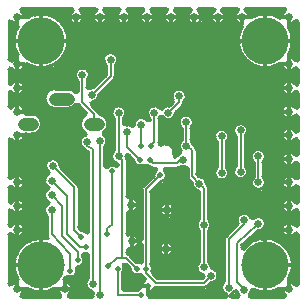
<source format=gbl>
*
*
G04 PADS Layout (Build Number 2008.43.1) generated Gerber (RS-274-X) file*
G04 PC Version=2.1*
*
%IN "digital MEMs USB v103.p"*%
*
%MOIN*%
*
%FSLAX35Y35*%
*
*
*
*
G04 PC Standard Apertures*
*
*
G04 Thermal Relief Aperture macro.*
%AMTER*
1,1,$1,0,0*
1,0,$1-$2,0,0*
21,0,$3,$4,0,0,45*
21,0,$3,$4,0,0,135*
%
*
*
G04 Annular Aperture macro.*
%AMANN*
1,1,$1,0,0*
1,0,$2,0,0*
%
*
*
G04 Odd Aperture macro.*
%AMODD*
1,1,$1,0,0*
1,0,$1-0.005,0,0*
%
*
*
G04 PC Custom Aperture Macros*
*
*
*
*
*
*
G04 PC Aperture Table*
*
%ADD010C,0.001*%
%ADD022C,0.01*%
%ADD024C,0.008*%
%ADD049C,0.01181*%
%ADD052C,0.0252*%
%ADD058C,0.15748*%
%ADD060C,0.01969*%
%ADD075C,0.04331*%
*
*
*
*
G04 PC Circuitry*
G04 Layer Name digital MEMs USB v103.p - circuitry*
%LPD*%
*
*
G04 PC Custom Flashes*
G04 Layer Name digital MEMs USB v103.p - flashes*
%LPD*%
*
*
G04 PC Circuitry*
G04 Layer Name digital MEMs USB v103.p - circuitry*
%LPD*%
*
G54D10*
G54D22*
G01X155903Y117126D02*
G75*
G03X155903I-2360J0D01*
G01X156100Y130315D02*
G03X156100I-2360J0D01*
G01X197400Y172403D02*
Y177203D01*
G03X196478Y177472I-500J0*
G01X192132Y178607D02*
G03X196478Y177472I2356J133D01*
G01X192132Y178607D02*
G03X191368Y179003I-499J-28D01*
G01X179003Y191368D02*
G03X191368Y179003I7611J-4754D01*
G01X179003Y191368D02*
G03X178607Y192132I-424J265D01*
G01X177472Y196478D02*
G03X178607Y192132I1268J-1990D01*
G01X177472Y196478D02*
G03X177203Y197400I-269J422D01*
G01X172403*
G03X172134Y196478I0J-500*
G01X169598D02*
G03X172134I1268J-1990D01*
G01X169598D02*
G03X169329Y197400I-269J422D01*
G01X164529*
G03X164260Y196478I0J-500*
G01X161724D02*
G03X164260I1268J-1990D01*
G01X161724D02*
G03X161455Y197400I-269J422D01*
G01X156655*
G03X156386Y196478I0J-500*
G01X153850D02*
G03X156386I1268J-1990D01*
G01X153850D02*
G03X153581Y197400I-269J422D01*
G01X148781*
G03X148512Y196478I0J-500*
G01X145976D02*
G03X148512I1268J-1990D01*
G01X145976D02*
G03X145707Y197400I-269J422D01*
G01X140907*
G03X140638Y196478I-0J-500*
G01X138102D02*
G03X140638I1268J-1990D01*
G01X138102D02*
G03X137833Y197400I-269J422D01*
G01X133033*
G03X132764Y196478I-0J-500*
G01X130228D02*
G03X132764I1268J-1990D01*
G01X130228D02*
G03X129959Y197400I-269J422D01*
G01X125159*
G03X124890Y196478I-0J-500*
G01X122354D02*
G03X124890I1268J-1990D01*
G01X122354D02*
G03X122085Y197400I-269J422D01*
G01X105474*
G03X105205Y196478I-0J-500*
G01X106293Y194621D02*
G03X105205Y196478I-2356J-133D01*
G01X106293Y194621D02*
G03X107057Y194226I499J29D01*
G01Y179003D02*
G03Y194226I4754J7611D01*
G01Y179003D02*
G03X106293Y178607I-265J-424D01*
G01X102009Y177380D02*
G03X106293Y178607I1928J1360D01*
G01X102009Y177380D02*
G03X101100Y177092I-409J-288D01*
G01Y172515*
G03X102009Y172226I500J-0*
G01Y169506D02*
G03Y172226I1928J1360D01*
G01Y169506D02*
G03X101100Y169218I-409J-288D01*
G01Y164641*
G03X102009Y164352I500J-0*
G01X106277Y162688D02*
G03X102009Y164352I-2340J304D01*
G01X106277Y162688D02*
G03X106773Y162124I496J-64D01*
G01X108858*
Y155593D02*
G03Y162124I0J3265D01*
G01Y155593D02*
X106797D01*
G03X106297Y155097I-0J-500*
G01X102009Y153758D02*
G03X106297Y155097I1928J1360D01*
G01X102009Y153758D02*
G03X101100Y153470I-409J-288D01*
G01Y141019*
G03X102009Y140730I500J-0*
G01Y138010D02*
G03Y140730I1928J1360D01*
G01Y138010D02*
G03X101100Y137722I-409J-288D01*
G01Y133144*
G03X102009Y132856I500J0*
G01Y130136D02*
G03Y132856I1928J1360D01*
G01Y130136D02*
G03X101100Y129848I-409J-288D01*
G01Y125270*
G03X102009Y124982I500J0*
G01Y122262D02*
G03Y124982I1928J1360D01*
G01Y122262D02*
G03X101100Y121974I-409J-288D01*
G01Y105585*
G03X102009Y105297I500J0*
G01X103804Y106293D02*
G03X102009Y105297I133J-2356D01*
G01X103804Y106293D02*
G03X104200Y107057I-29J499D01*
G01X113490Y120627D02*
G03X104200Y107057I-1679J-8816D01*
G01X113490Y120627D02*
G03X114026Y121350I93J491D01*
G01X113854Y122047D02*
G03X114026Y121350I1500J0D01*
G01X113854Y122047D02*
Y128074D01*
G03X113704Y128431I-500J-0*
G01X114152Y132149D02*
G03X113704Y128431I1202J-2031D01*
G01X114152Y132149D02*
G03Y133009I-255J430D01*
G01Y137070D02*
G03Y133009I1202J-2031D01*
G01Y137070D02*
G03Y137930I-255J430D01*
G01X114329Y142086D02*
G03X114152Y137930I1025J-2125D01*
G01X114329Y142086D02*
G03X114398Y142946I-217J450D01*
G01X118108Y144856D02*
G03X114398Y142946I-2360J26D01*
G01X118108Y144856D02*
G03X118254Y144497I500J-5D01*
G01X123895Y138856*
X124335Y137795D02*
G03X123895Y138856I-1500J0D01*
G01X124335Y137795D02*
Y124450D01*
G03X124481Y124097I500J0*
G01X125100Y123478*
G03X125404Y123334I354J353*
G01X126759Y122640D02*
G03X125404Y123334I-1562J-1380D01*
G01X126759Y122640D02*
G03X127634Y122971I375J331D01*
G01Y149261*
G03X127391Y149690I-500J0*
G01X126394Y150289*
X125953Y150691D02*
G03X126394Y150289I1212J884D01*
G01X125953Y150691D02*
G03X125832Y150809I-404J-295D01*
G01X126547Y155033D02*
G03X125832Y150809I618J-2277D01*
G01X126547Y155033D02*
G03X126646Y155960I-131J483D01*
G01X126814Y161838D02*
G03X126646Y155960I1336J-2980D01*
G01X126814Y161838D02*
G03X126963Y162648I-204J456D01*
G01X124530Y165081*
X124252Y165465D02*
G03X124530Y165081I1339J677D01*
G01X124252Y165465D02*
G03X123389Y165516I-446J-226D01*
G01X120669Y164057D02*
G03X123389Y165516I0J3266D01*
G01X120669Y164057D02*
X116339D01*
Y170588D02*
G03Y164057I-0J-3265D01*
G01Y170588D02*
X120669D01*
X123203Y169383D02*
G03X120669Y170588I-2534J-2060D01*
G01X123203Y169383D02*
G03X124091Y169699I388J316D01*
G01Y173153*
G03X123940Y173510I-500J-0*
G01X127241D02*
G03X123940I-1650J1687D01*
G01X127241D02*
G03X127091Y173153I350J-357D01*
G01Y171123*
G03X127792Y170665I500J-0*
G01X128766Y170864D02*
G03X127792Y170665I-26J-2360D01*
G01X128766Y170864D02*
G03X129125Y171010I5J500D01*
G01X133393Y175278*
G03X133539Y175632I-354J354*
G01Y178271*
G03X133389Y178628I-500J-0*
G01X136690D02*
G03X133389I-1651J1687D01*
G01X136690D02*
G03X136539Y178271I349J-357D01*
G01Y174803*
X136100Y173742D02*
G03X136539Y174803I-1061J1061D01*
G01X136100Y173742D02*
X131246Y168889D01*
G03X131100Y168530I354J-354*
G01X128882Y166148D02*
G03X131100Y168530I-142J2356D01*
G01X128882Y166148D02*
G03X128558Y165296I30J-499D01*
G01X130588Y163265*
X131001Y162484D02*
G03X130588Y163265I-1473J-279D01*
G01X131001Y162484D02*
G03X131415Y162084I492J94D01*
G01X132618Y156078D02*
G03X131415Y162084I-1712J2780D01*
G01X132618Y156078D02*
G03X132638Y155215I262J-426D01*
G01X133146Y151463D02*
G03X132638Y155215I-1650J1687D01*
G01X133146Y151463D02*
G03X132996Y151105I350J-358D01*
G01Y144821*
G03X133871Y144490I500J-0*
G01X136678Y144782D02*
G03X133871Y144490I-1245J-1672D01*
G01X136678Y144782D02*
G03X137476Y145183I298J401D01*
G01Y145291*
G03X137120Y145770I-500J0*
G01X136145Y149718D02*
G03X137120Y145770I1650J-1687D01*
G01X136145Y149718D02*
G03X136295Y150076I-350J358D01*
G01Y160554*
G03X136145Y160912I-500J0*
G01X139446D02*
G03X136145I-1651J1686D01*
G01X139446D02*
G03X139295Y160554I349J-358D01*
G01Y159057*
G03X139927Y158575I500J0*
G01X142096Y158084D02*
G03X139927Y158575I-1545J-1785D01*
G01X142096Y158084D02*
G03X142921Y158497I327J378D01*
G01X147199Y160029D02*
G03X142921Y158497I-1923J-1368D01*
G01X147199Y160029D02*
G03X148106Y160319I407J290D01*
G01Y160554*
G03X147956Y160912I-500J0*
G01X151556Y163929D02*
G03X147956Y160912I-1950J-1331D01*
G01X151556Y163929D02*
G03X152381I413J282D01*
G01X154356Y164958D02*
G03X152381Y163929I-25J-2360D01*
G01X154356Y164958D02*
G03X154715Y165105I6J500D01*
G01X154715D02*
X155822Y166211D01*
G03X155889Y166835I-354J353*
G01X159523Y166422D02*
G03X155889Y166835I-1649J1688D01*
G01X159523Y166422D02*
G03X159373Y166084I350J-357D01*
G01X158935Y165081D02*
G03X159373Y166084I-1061J1061D01*
G01X158935Y165081D02*
X156837Y162983D01*
G03X156690Y162624I353J-353*
G01X152381Y161268D02*
G03X156690Y162624I1950J1330D01*
G01X152381Y161268D02*
G03X151556I-412J-282D01*
G01X151257Y160912D02*
G03X151556Y161268I-1651J1686D01*
G01X151257Y160912D02*
G03X151106Y160554I349J-358D01*
G01Y152756*
X151085Y152501D02*
G03X151106Y152756I-1479J255D01*
G01X151085Y152501D02*
G03X151798Y151967I492J-85D01*
G01X156122Y148452D02*
G03X151798Y151967I-2972J761D01*
G01X156122Y148452D02*
G03X157035Y148070I485J-123D01*
G01X158342Y149100D02*
G03X157035Y148070I713J-2250D01*
G01X158342Y149100D02*
G03X158548Y149926I-152J476D01*
G01X158586Y153262D02*
G03X158548Y149926I1650J-1687D01*
G01X158586Y153262D02*
G03X158736Y153619I-350J357D01*
G01Y157405*
G03X158586Y157762I-500J-0*
G01X161887D02*
G03X158586I-1651J1687D01*
G01X161887D02*
G03X161736Y157405I349J-357D01*
G01Y153619*
G03X161887Y153262I500J-0*
G01X162574Y151896D02*
G03X161887Y153262I-2338J-321D01*
G01X162574Y151896D02*
G03X162716Y151610I496J68D01*
G01X163265Y151061*
X163705Y150000D02*
G03X163265Y151061I-1500J0D01*
G01X163705Y150000D02*
Y142167D01*
G03X163851Y141813I500J0*
G01X164182Y141483*
G03X164541Y141336I354J353*
G01X166927Y138951D02*
G03X164541Y141336I-2360J25D01*
G01X166927Y138951D02*
G03X167073Y138592I500J-6D01*
G01X167202Y138462*
X167642Y137402D02*
G03X167202Y138462I-1500J-0D01*
G01X167642Y137402D02*
Y127241D01*
G03X167792Y126884I500J0*
G01Y123510D02*
G03Y126884I-1650J1687D01*
G01Y123510D02*
G03X167642Y123153I350J-357D01*
G01Y113068*
G03X167792Y112710I500J-0*
G01X168501Y111073D02*
G03X167792Y112710I-2359J-49D01*
G01X168501Y111073D02*
G03X168914Y110592I500J11D01*
G01X168478Y105908D02*
G03X168914Y110592I26J2360D01*
G01X168478Y105908D02*
G03X168119Y105762I-5J-500D01*
G01X167202Y104845*
X166142Y104405D02*
G03X167202Y104845I-0J1501D01*
G01X166142Y104405D02*
X150000D01*
X149920Y104408D02*
G03X150000Y104405I80J1498D01*
G01X149920Y104408D02*
G03X149419Y104066I-27J-500D01*
G01X147772Y102667D02*
G03X149419Y104066I-331J2057D01*
G01X147772Y102667D02*
G03X147353Y102133I80J-494D01*
G01X147339Y101671D02*
G03X147353Y102133I-2063J298D01*
G01X147339Y101671D02*
G03X147833Y101100I494J-71D01*
G01X173560*
G03X173708Y102077I-0J500*
G01X172759Y106018D02*
G03X173708Y102077I1650J-1687D01*
G01X172759Y106018D02*
G03X172909Y106375I-350J357D01*
G01Y115354*
Y120472*
X173349Y121533D02*
G03X172909Y120472I1060J-1061D01*
G01X173349Y121533D02*
X177211Y125395D01*
G03X177324Y125927I-354J353*
G01X181777Y127485D02*
G03X177324Y125927I-2249J-713D01*
G01X181777Y127485D02*
G03X182603Y127279I477J151D01*
G01X184088Y123236D02*
G03X182603Y127279I164J2355D01*
G01X184088Y123236D02*
G03X183721Y123111I-35J-498D01*
G01X178833Y118767*
G03X178665Y118393I332J-374*
G01Y117665*
G03X179558Y117356I500J0*
G01X194226Y107057D02*
G03X179558Y117356I-7612J4754D01*
G01X194226Y107057D02*
G03X194621Y106293I424J-265D01*
G01X196478Y105205D02*
G03X194621Y106293I-1990J-1268D01*
G01X196478Y105205D02*
G03X197400Y105474I422J269D01*
G01Y122085*
G03X196478Y122354I-500J0*
G01Y124890D02*
G03Y122354I-1990J-1268D01*
G01Y124890D02*
G03X197400Y125159I422J269D01*
G01Y129959*
G03X196478Y130228I-500J0*
G01Y132764D02*
G03Y130228I-1990J-1268D01*
G01Y132764D02*
G03X197400Y133033I422J269D01*
G01Y137833*
G03X196478Y138102I-500J0*
G01Y140638D02*
G03Y138102I-1990J-1268D01*
G01Y140638D02*
G03X197400Y140907I422J269D01*
G01Y145707*
G03X196478Y145976I-500J0*
G01Y148512D02*
G03Y145976I-1990J-1268D01*
G01Y148512D02*
G03X197400Y148781I422J269D01*
G01Y153581*
G03X196478Y153850I-500J0*
G01Y156386D02*
G03Y153850I-1990J-1268D01*
G01Y156386D02*
G03X197400Y156655I422J269D01*
G01Y161455*
G03X196478Y161724I-500J0*
G01Y164260D02*
G03Y161724I-1990J-1268D01*
G01Y164260D02*
G03X197400Y164529I422J269D01*
G01Y169329*
G03X196478Y169598I-500J0*
G01Y172134D02*
G03Y169598I-1990J-1268D01*
G01Y172134D02*
G03X197400Y172403I422J269D01*
G01Y180277D02*
Y192951D01*
G03X196478Y193220I-500J0*
G01X194621Y192132D02*
G03X196478Y193220I-133J2356D01*
G01X194621Y192132D02*
G03X194226Y191368I29J-499D01*
G01Y181860D02*
G03Y191368I-7612J4754D01*
G01Y181860D02*
G03X194621Y181096I424J-265D01*
G01X196478Y180008D02*
G03X194621Y181096I-1990J-1268D01*
G01X196478Y180008D02*
G03X197400Y180277I422J269D01*
G01X193220Y196478D02*
G03X192951Y197400I-269J422D01*
G01X180277*
G03X180008Y196478I0J-500*
G01X181096Y194621D02*
G03X180008Y196478I-2356J-133D01*
G01X181096Y194621D02*
G03X181860Y194226I499J29D01*
G01X191368D02*
G03X181860I-4754J-7612D01*
G01X191368D02*
G03X192132Y194621I265J424D01*
G01X193220Y196478D02*
G03X192132Y194621I1268J-1990D01*
G01X104200Y191368D02*
G03X103804Y192132I-425J265D01*
G01X102009Y193128D02*
G03X103804Y192132I1928J1360D01*
G01X102009Y193128D02*
G03X101100Y192840I-409J-288D01*
G01Y180389*
G03X102009Y180100I500J-0*
G01X103804Y181096D02*
G03X102009Y180100I133J-2356D01*
G01X103804Y181096D02*
G03X104200Y181860I-29J499D01*
G01Y191368D02*
G03Y181860I7611J-4754D01*
G01X118037Y101100D02*
G03X118325Y102009I-0J500D01*
G01X117329Y103804D02*
G03X118325Y102009I2356J133D01*
G01X117329Y103804D02*
G03X116565Y104200I-499J-29D01*
G01X107057D02*
G03X116565I4754J7611D01*
G01X107057D02*
G03X106293Y103804I-265J-425D01*
G01X105297Y102009D02*
G03X106293Y103804I-1360J1928D01*
G01X105297Y102009D02*
G03X105585Y101100I288J-409D01*
G01X118037*
X129211Y102557D02*
G03X128798Y103176I-485J124D01*
G01X127484Y107199D02*
G03X128798Y103176I1650J-1687D01*
G01X127484Y107199D02*
G03X127634Y107556I-350J357D01*
G01Y115158*
G03X127064Y115653I-500J-0*
G01X126162Y115723D02*
G03X127064Y115653I610J1994D01*
G01X126162Y115723D02*
G03X125516Y115245I-146J-478D01*
G01Y115022*
G03X125629Y114706I500J0*
G01X124046Y111302D02*
G03X125629Y114706I-30J2084D01*
G01X124046Y111302D02*
G03X123589Y110616I7J-500D01*
G01X120573Y108060D02*
G03X123589Y110616I1081J1783D01*
G01X120573Y108060D02*
G03X119865Y107853I-259J-427D01*
G01X119422Y107057D02*
G03X119865Y107853I-7611J4754D01*
G01X119422Y107057D02*
G03X119818Y106293I425J-265D01*
G01X121045Y102009D02*
G03X119818Y106293I-1360J1928D01*
G01X121045Y102009D02*
G03X121333Y101100I288J-409D01*
G01X128660*
G03X129156Y101664I0J500*
G01X129211Y102557D02*
G03X129156Y101664I2285J-588D01*
G01X146381Y106519D02*
G03X146481Y107303I-254J431D01*
G01X145790Y107994*
X145439Y108547D02*
G03X145790Y107994I1411J508D01*
G01X145439Y108547D02*
G03X144723Y108814I-471J-169D01*
G01X141627Y110423D02*
G03X144723Y108814I2074J207D01*
G01X141627Y110423D02*
G03X141483Y110726I-498J-50D01*
G01X140063Y112146*
G03X139263Y111568I-354J-353*
G01X139015Y109310D02*
G03X139263Y111568I-1613J1320D01*
G01X139015Y109310D02*
G03X138902Y108993I387J-317D01*
G01Y103969*
G03X139402Y103469I500J-0*
G01X143639*
G03X143956Y103582I0J500*
G01X144944Y104026D02*
G03X143956Y103582I332J-2057D01*
G01X144944Y104026D02*
G03X145363Y104559I-79J494D01*
G01X146381Y106519D02*
G03X145363Y104559I1060J-1795D01*
G01X145350Y112944D02*
Y118815D01*
G03X144374Y118967I-500J0*
G01X141177Y117524D02*
G03X144374Y118967I949J2161D01*
G01X141177Y117524D02*
G03X140476Y117066I-201J-458D01*
G01Y115998*
G03X140772Y115542I500J-0*
G01X141218Y115234D02*
G03X140772Y115542I-1061J-1061D01*
G01X141218Y115234D02*
X143604Y112848D01*
G03X143908Y112704I354J353*
G01X144628Y112497D02*
G03X143908Y112704I-927J-1867D01*
G01X144628Y112497D02*
G03X145350Y112944I222J447D01*
G01X150195Y143295D02*
G03X149864Y144169I-331J374D01*
G01X149213*
X148152Y144609D02*
G03X149213Y144169I1061J1060D01*
G01X148152Y144609D02*
X148128Y144632D01*
G03X147824Y144776I-353J-353*
G01X146761Y145198D02*
G03X147824Y144776I1270J1652D01*
G01X146761Y145198D02*
G03X146152I-304J-397D01*
G01X142808Y146643D02*
G03X146152Y145198I2074J207D01*
G01X142808Y146643D02*
G03X142664Y146947I-498J-50D01*
G01X141000Y148611*
G03X140148Y148218I-354J-353*
G01X140154Y147956D02*
G03X140148Y148218I-2359J75D01*
G01X140154Y147956D02*
G03X140234Y147667I500J-16D01*
G01X140476Y146850D02*
G03X140234Y147667I-1500J0D01*
G01X140476Y146850D02*
Y134648D01*
G03X141109Y134166I500J-0*
G01Y129614D02*
G03Y134166I623J2276D01*
G01Y129614D02*
G03X140476Y129132I-133J-482D01*
G01Y122304*
G03X141177Y121846I500J-0*
G01X144374Y120403D02*
G03X141177Y121846I-2248J-718D01*
G01X144374Y120403D02*
G03X145350Y120555I476J152D01*
G01Y137008*
X145790Y138069D02*
G03X145350Y137008I1060J-1061D01*
G01X145790Y138069D02*
X149357Y141636D01*
G03X149501Y141940I-354J353*
G01X150195Y143295D02*
G03X149501Y141940I1380J-1563D01*
G01X165973Y107858D02*
G03X165711Y108703I-353J354D01*
G01X164491Y112710D02*
G03X165711Y108703I1651J-1686D01*
G01X164491Y112710D02*
G03X164642Y113068I-349J358D01*
G01Y123153*
G03X164491Y123510I-500J-0*
G01Y126884D02*
G03Y123510I1651J-1687D01*
G01Y126884D02*
G03X164642Y127241I-349J357D01*
G01Y136148*
G03X164216Y136643I-500J0*
G01X162207Y139002D02*
G03X164216Y136643I2360J-26D01*
G01X162207Y139002D02*
G03X162061Y139361I-500J6D01*
G01X161144Y140278*
X160705Y141339D02*
G03X161144Y140278I1500J-0D01*
G01X160705Y141339D02*
Y144232D01*
G03X160004Y144690I-500J-0*
G01X158442Y144572D02*
G03X160004Y144690I613J2278D01*
G01X158442Y144572D02*
G03X158006Y144484I-130J-483D01*
G01X157087Y144169D02*
G03X158006Y144484I-0J1500D01*
G01X157087Y144169D02*
X153286D01*
G03X152955Y143295I-0J-500*
G01X151782Y139658D02*
G03X152955Y143295I-207J2074D01*
G01X151782Y139658D02*
G03X151478Y139514I50J-497D01*
G01X148497Y136533*
G03X148350Y136179I353J-354*
G01Y112266*
X148350D02*
G03X148463Y111950I500J0D01*
G01X148740Y109751D02*
G03X148463Y111950I-1890J879D01*
G01X148740Y109751D02*
G03X148840Y109187I454J-211D01*
G01X150475Y107552*
G03X150828Y107406I353J354*
G01X165313*
G03X165667Y107552I0J500*
G01X165973Y107858*
X177429Y101100D02*
G03X177796Y101940I0J500D01*
G01X177264Y102878D02*
G03X177796Y101940I2264J665D01*
G01X177264Y102878D02*
G03X176369Y103015I-480J-141D01*
G01X175111Y102077D02*
G03X176369Y103015I-702J2254D01*
G01X175111Y102077D02*
G03X175259Y101100I148J-477D01*
G01X177429*
X192840D02*
G03X193128Y102009I-0J500D01*
G01X192132Y103804D02*
G03X193128Y102009I2356J133D01*
G01X192132Y103804D02*
G03X191368Y104200I-499J-29D01*
G01X182603Y103783D02*
G03X191368Y104200I4011J8028D01*
G01X182603Y103783D02*
G03X181881Y103372I-223J-447D01*
G01X181259Y101940D02*
G03X181881Y103372I-1731J1603D01*
G01X181259Y101940D02*
G03X181626Y101100I367J-340D01*
G01X192840*
X185902Y146345D02*
G03X182602I-1650J1686D01*
G01X185902D02*
G03X185752Y145987I350J-358D01*
G01Y141414*
G03X185902Y141057I500J0*
G01X182602D02*
G03X185902I1650J-1687D01*
G01X182602D02*
G03X182752Y141414I-350J357D01*
G01Y145987*
G03X182602Y146345I-500J0*
G01X179997Y155006D02*
G03X176696I-1651J1687D01*
G01X179997D02*
G03X179846Y154649I349J-357D01*
G01Y144958*
G03X179997Y144600I500J-0*
G01X176696D02*
G03X179997I1650J-1687D01*
G01X176696D02*
G03X176846Y144958I-350J358D01*
G01Y154649*
G03X176696Y155006I-500J-0*
G01X173698Y153038D02*
G03X170397I-1651J1686D01*
G01X173698D02*
G03X173547Y152680I349J-358D01*
G01Y144564*
G03X173698Y144206I500J-0*
G01X170397D02*
G03X173698I1650J-1686D01*
G01X170397D02*
G03X170547Y144564I-350J358D01*
G01Y152680*
G03X170397Y153038I-500J0*
G01X155903Y117126D02*
G03X155903I-2360J0D01*
G01X156100Y130315D02*
G03X156100I-2360J0D01*
G01X192239Y101100D02*
X193139Y102000D01*
X190966Y101100D02*
X192512Y102647D01*
X189693Y101100D02*
X192158Y103565D01*
X188420Y101100D02*
X191594Y104274D01*
X187148Y101100D02*
X189294Y103246D01*
X185875Y101100D02*
X187675Y102900D01*
X184602Y101100D02*
X186343Y102841D01*
X183329Y101100D02*
X185181Y102952D01*
X182056Y101100D02*
X184141Y103185D01*
X181145Y101462D02*
X183197Y103513D01*
X181906Y103495D02*
X182221Y103810D01*
X176965Y101100D02*
X177800Y101935D01*
X175692Y101100D02*
X177315Y102723D01*
X174779Y101460D02*
X175632Y102312D01*
X165480Y107434D02*
X166091Y108045D01*
X164179Y107406D02*
X165520Y108747D01*
X162906Y107406D02*
X164675Y109175D01*
X148350Y119578D02*
X164642Y135870D01*
X148350Y118306D02*
X164642Y134597D01*
X148350Y117033D02*
X164642Y133324D01*
X148350Y115760D02*
X164642Y132051D01*
X153340Y119477D02*
X164642Y130779D01*
X154443Y119307D02*
X164642Y129506D01*
X155208Y118799D02*
X164642Y128233D01*
X149763Y108263D02*
X164642Y123142D01*
X150400Y107627D02*
X164642Y121869D01*
X151451Y107406D02*
X164642Y120596D01*
X152724Y107406D02*
X164642Y119323D01*
X153997Y107406D02*
X164642Y118051D01*
X155269Y107406D02*
X164642Y116778D01*
X156542Y107406D02*
X164642Y115505D01*
X157815Y107406D02*
X164642Y114232D01*
X159088Y107406D02*
X164626Y112944D01*
X155720Y118038D02*
X164161Y126479D01*
X149127Y108900D02*
X164153Y123926D01*
X148350Y120851D02*
X164152Y136653D01*
X161633Y107406D02*
X164088Y109861D01*
X155896Y116942D02*
X163807Y124853D01*
X160361Y107406D02*
X163789Y110834D01*
X156048Y129821D02*
X163247Y137020D01*
X155988Y131034D02*
X162610Y137657D01*
X155532Y131851D02*
X162244Y138563D01*
X154821Y132413D02*
X161915Y139507D01*
X153809Y132674D02*
X161279Y140143D01*
X148350Y128488D02*
X160768Y140906D01*
X148350Y131034D02*
X160705Y143388D01*
X148350Y129761D02*
X160705Y142115D01*
X148350Y132306D02*
X160592Y144548D01*
X148350Y133579D02*
X159272Y144500D01*
X148350Y134852D02*
X157922Y144423D01*
X153634Y141408D02*
X156395Y144169D01*
X153495Y142542D02*
X155122Y144169D01*
X148350Y122124D02*
X154234Y128007D01*
X152965Y143285D02*
X153849Y144169D01*
X148768Y109814D02*
X153728Y114773D01*
X148350Y123397D02*
X153021Y128067D01*
X148861Y111179D02*
X152631Y114950D01*
X148350Y124670D02*
X152204Y128523D01*
X148350Y136125D02*
X151899Y139673D01*
X148420Y112012D02*
X151870Y115462D01*
X148350Y125942D02*
X151642Y129234D01*
X148350Y127215D02*
X151381Y130246D01*
X148350Y113215D02*
X151362Y116226D01*
X148350Y114487D02*
X151192Y117329D01*
X140477Y134616D02*
X150009Y144148D01*
X141354Y134219D02*
X149639Y142504D01*
X140476Y135887D02*
X148813Y144224D01*
X140476Y137160D02*
X148027Y144711D01*
X140476Y138433D02*
X147053Y145010D01*
X140476Y139706D02*
X145707Y144936D01*
X142521Y134114D02*
X145350Y136943D01*
X143318Y133638D02*
X145350Y135670D01*
X143861Y132908D02*
X145350Y134397D01*
X144092Y131866D02*
X145350Y133125D01*
X140476Y126978D02*
X145350Y131852D01*
X140476Y125705D02*
X145350Y130579D01*
X140476Y124432D02*
X145350Y129306D01*
X140476Y123160D02*
X145350Y128034D01*
X140584Y121994D02*
X145350Y126761D01*
X141896Y122034D02*
X145350Y125488D01*
X143009Y121874D02*
X145350Y124215D01*
X143778Y121370D02*
X145350Y122942D01*
X144295Y120614D02*
X145350Y121670D01*
X145050Y120096D02*
X145309Y120355D01*
X140476Y140979D02*
X144337Y144839D01*
X140476Y142251D02*
X143508Y145283D01*
X140476Y143524D02*
X142971Y146019D01*
X140476Y144797D02*
X142645Y146966D01*
X140476Y146070D02*
X142009Y147602D01*
X140476Y128251D02*
X141756Y129530D01*
X140414Y147280D02*
X141372Y148239D01*
X140147Y148286D02*
X140618Y148757D01*
X141976Y114476D02*
X145350Y117851D01*
X142612Y113840D02*
X145350Y116578D01*
X143248Y113204D02*
X145350Y115306D01*
X144009Y112691D02*
X145350Y114033D01*
X141339Y115113D02*
X145286Y119060D01*
X145104Y112513D02*
X145281Y112691D01*
X140611Y115657D02*
X142284Y117330D01*
X140476Y116796D02*
X141197Y117516D01*
X142423Y103469D02*
X146369Y107415D01*
X141150Y103469D02*
X145734Y108053D01*
X143699Y103472D02*
X145407Y105180D01*
X139877Y103469D02*
X145219Y108811D01*
X138932Y103796D02*
X143682Y108546D01*
X138902Y105038D02*
X142677Y108814D01*
X138902Y106311D02*
X142006Y109416D01*
X138902Y107584D02*
X141639Y110322D01*
X138902Y108857D02*
X141127Y111082D01*
X139484Y110712D02*
X140491Y111719D01*
X139215Y111716D02*
X139786Y112287D01*
X127326Y101100D02*
X129159Y102932D01*
X128599Y101100D02*
X129157Y101658D01*
X126054Y101100D02*
X128270Y103316D01*
X125789Y112291D02*
X127634Y114135D01*
X120792Y106021D02*
X127634Y112863D01*
X121495Y105451D02*
X127634Y111590D01*
X121942Y104625D02*
X127634Y110317D01*
X121981Y103391D02*
X127634Y109044D01*
X121050Y101188D02*
X127634Y107771D01*
X126053Y113827D02*
X127589Y115364D01*
X124781Y101100D02*
X127495Y103814D01*
X123508Y101100D02*
X126972Y104564D01*
X122235Y101100D02*
X126778Y105642D01*
X125642Y114689D02*
X126593Y115640D01*
X123706Y110207D02*
X125111Y111613D01*
X119794Y106295D02*
X121289Y107790D01*
X119627Y107401D02*
X120356Y108131D01*
X117144Y101100D02*
X118171Y102127D01*
X115871Y101100D02*
X117601Y102830D01*
X114598Y101100D02*
X117327Y103828D01*
X113326Y101100D02*
X116221Y103995D01*
X112053Y101100D02*
X114082Y103129D01*
X110780Y101100D02*
X112547Y102867D01*
X109507Y101100D02*
X111261Y102854D01*
X108235Y101100D02*
X110130Y102996D01*
X106962Y101100D02*
X109114Y103252D01*
X105689Y101100D02*
X108189Y103600D01*
X105783Y102467D02*
X107344Y104028D01*
X105137Y101821D02*
X105407Y102091D01*
X101100Y188152D02*
X104026Y191078D01*
X101779Y179922D02*
X104019Y182162D01*
X101100Y189425D02*
X103807Y192132D01*
X101100Y180515D02*
X103593Y183008D01*
X101100Y181788D02*
X103246Y183934D01*
X101100Y186879D02*
X103137Y188917D01*
X101100Y183061D02*
X102992Y184953D01*
X101100Y185606D02*
X102869Y187376D01*
X101100Y184334D02*
X102853Y186086D01*
X101100Y190698D02*
X102815Y192412D01*
X101100Y191970D02*
X102116Y192987D01*
X190420Y194741D02*
X193066Y197387D01*
X191250Y194298D02*
X192284Y195332D01*
X189514Y195107D02*
X191807Y197400D01*
X188518Y195384D02*
X190534Y197400D01*
X187414Y195553D02*
X189261Y197400D01*
X186165Y195577D02*
X187988Y197400D01*
X184696Y195381D02*
X186715Y197400D01*
X182762Y194719D02*
X185443Y197400D01*
X181165Y194395D02*
X184170Y197400D01*
X180911Y195414D02*
X182897Y197400D01*
X180395Y196171D02*
X181624Y197400D01*
X179782Y196830D02*
X180352Y197400D01*
X194825Y190236D02*
X197400Y192811D01*
X195173Y189311D02*
X197400Y191538D01*
X195429Y188295D02*
X197400Y190265D01*
X195571Y187164D02*
X197400Y188993D01*
X195558Y185878D02*
X197400Y187720D01*
X195296Y184343D02*
X197400Y186447D01*
X194430Y182204D02*
X197400Y185174D01*
X194597Y181098D02*
X197400Y183901D01*
X195595Y180824D02*
X197400Y182629D01*
X196298Y180254D02*
X197400Y181356D01*
X197179Y179862D02*
X197315Y179998D01*
X196334Y193018D02*
X196742Y193426D01*
X194397Y191081D02*
X195959Y192642D01*
X194358Y173222D02*
X197400Y176265D01*
X195436Y173028D02*
X197400Y174992D01*
X196186Y172505D02*
X197400Y173719D01*
X196858Y171905D02*
X197400Y172446D01*
X194090Y165318D02*
X197400Y168628D01*
X195265Y165220D02*
X197400Y167355D01*
X196065Y164748D02*
X197400Y166082D01*
X196674Y164083D02*
X197400Y164810D01*
X193777Y157368D02*
X197400Y160991D01*
X195083Y157402D02*
X197400Y159718D01*
X195936Y156982D02*
X197400Y158446D01*
X196538Y156311D02*
X197400Y157173D01*
X193365Y149319D02*
X197400Y153355D01*
X194888Y149570D02*
X197400Y152082D01*
X195798Y149207D02*
X197400Y150809D01*
X196438Y148574D02*
X197400Y149536D01*
X194677Y141722D02*
X197400Y144445D01*
X195651Y141423D02*
X197400Y143172D01*
X196337Y140837D02*
X197400Y141899D01*
X194447Y133856D02*
X197400Y136808D01*
X195495Y133630D02*
X197400Y135535D01*
X196228Y133091D02*
X197400Y134263D01*
X194192Y125963D02*
X197400Y129172D01*
X195328Y125827D02*
X197400Y127899D01*
X196110Y125336D02*
X197400Y126626D01*
X196734Y124687D02*
X197400Y125353D01*
X193469Y117603D02*
X197400Y121535D01*
X194019Y116881D02*
X197400Y120262D01*
X194502Y116091D02*
X197400Y118989D01*
X194912Y115228D02*
X197400Y117716D01*
X195241Y114284D02*
X197400Y116444D01*
X195473Y113244D02*
X197400Y115171D01*
X195584Y112082D02*
X197400Y113898D01*
X195525Y110751D02*
X197400Y112625D01*
X195179Y109131D02*
X197400Y111352D01*
X194151Y106831D02*
X197400Y110080D01*
X194860Y106267D02*
X197400Y108807D01*
X195779Y105913D02*
X197400Y107534D01*
X196425Y105286D02*
X197400Y106261D01*
X180571Y128888D02*
X197400Y145718D01*
X196945Y132535D02*
X197398Y132988D01*
X186217Y126898D02*
X197356Y138037D01*
X178859Y158996D02*
X197327Y177464D01*
X187678Y120722D02*
X197261Y130305D01*
X179846Y152347D02*
X197216Y169717D01*
X192854Y118261D02*
X197124Y122532D01*
X185288Y150152D02*
X197064Y161928D01*
X185752Y142979D02*
X196852Y154079D01*
X179541Y129131D02*
X195542Y145133D01*
X185584Y127538D02*
X195152Y137105D01*
X177476Y158886D02*
X195034Y176444D01*
X186467Y120784D02*
X194846Y129164D01*
X179846Y153620D02*
X194747Y168521D01*
X192175Y118855D02*
X194584Y121264D01*
X184254Y150391D02*
X194495Y160632D01*
X185752Y144252D02*
X194268Y152769D01*
X167642Y118505D02*
X194060Y144923D01*
X184684Y127911D02*
X193867Y137093D01*
X173713Y156396D02*
X193800Y176483D01*
X185059Y120649D02*
X193687Y129277D01*
X180245Y155292D02*
X193624Y168670D01*
X191430Y119383D02*
X193518Y121471D01*
X179846Y147256D02*
X193459Y160869D01*
X185752Y145525D02*
X193304Y153077D01*
X186492Y138628D02*
X193158Y145295D01*
X183207Y127706D02*
X193022Y137521D01*
X172949Y156905D02*
X192974Y176930D01*
X183280Y120143D02*
X192894Y129756D01*
X180686Y157005D02*
X192849Y169168D01*
X190617Y119843D02*
X192774Y122000D01*
X179846Y148529D02*
X192733Y161415D01*
X186576Y147622D02*
X192625Y153670D01*
X186540Y139949D02*
X192525Y145934D01*
X181761Y127533D02*
X192435Y138207D01*
X185752Y141707D02*
X192413Y148367D01*
X171847Y157076D02*
X192404Y177633D01*
X186322Y124458D02*
X192354Y130489D01*
X180349Y157941D02*
X192327Y169919D01*
X189729Y120227D02*
X192283Y122782D01*
X179846Y149802D02*
X192260Y162215D01*
X186012Y149603D02*
X192238Y155829D01*
X186483Y148801D02*
X192205Y154523D01*
X186124Y140806D02*
X192162Y146844D01*
X179846Y151075D02*
X192162Y163390D01*
X188755Y120526D02*
X192147Y123919D01*
X181293Y128338D02*
X192136Y139181D01*
X179736Y158600D02*
X192132Y170997D01*
X163692Y150194D02*
X192130Y178632D01*
X186578Y125987D02*
X192129Y131537D01*
X163276Y151050D02*
X191024Y178798D01*
X162648Y151695D02*
X188885Y177932D01*
X162335Y152654D02*
X187351Y177670D01*
X161794Y153386D02*
X186064Y177657D01*
X179045Y117180D02*
X185385Y123520D01*
X167642Y119778D02*
X184994Y137130D01*
X161736Y154602D02*
X184933Y177799D01*
X161736Y155874D02*
X183917Y178055D01*
X167642Y121051D02*
X183673Y137082D01*
X178665Y118074D02*
X183562Y122970D01*
X161736Y157147D02*
X182992Y178403D01*
X167642Y122324D02*
X182816Y137498D01*
X180704Y143022D02*
X182752Y145070D01*
X167642Y128687D02*
X182752Y143798D01*
X167642Y127415D02*
X182752Y142525D01*
X168065Y126565D02*
X182707Y141207D01*
X180430Y144021D02*
X182670Y146261D01*
X168309Y124264D02*
X182218Y138173D01*
X162590Y159273D02*
X182147Y178831D01*
X179890Y144754D02*
X182132Y146996D01*
X168452Y125679D02*
X181904Y139132D01*
X179846Y145983D02*
X181892Y148029D01*
X162410Y160367D02*
X181373Y179330D01*
X161896Y161126D02*
X180666Y179895D01*
X161130Y161633D02*
X180022Y180525D01*
X160024Y161799D02*
X179443Y181218D01*
X151106Y154154D02*
X178930Y181978D01*
X157114Y170344D02*
X178833Y192063D01*
X158443Y170400D02*
X178509Y190466D01*
X151106Y155427D02*
X178487Y182808D01*
X167642Y129960D02*
X178238Y140556D01*
X156666Y162259D02*
X178121Y183715D01*
X159303Y169988D02*
X177847Y188532D01*
X159429Y166295D02*
X177844Y184711D01*
X150339Y164842D02*
X177815Y192317D01*
X160221Y168360D02*
X177676Y185815D01*
X159903Y169315D02*
X177651Y187063D01*
X139317Y158911D02*
X177604Y197198D01*
X167642Y115960D02*
X177351Y125668D01*
X167642Y131233D02*
X177238Y140830D01*
X167642Y117232D02*
X177168Y126758D01*
X149135Y164911D02*
X177058Y192833D01*
X173547Y151139D02*
X176846Y154438D01*
X173547Y149866D02*
X176846Y153166D01*
X173547Y148594D02*
X176846Y151893D01*
X173547Y147321D02*
X176846Y150620D01*
X173547Y146048D02*
X176846Y149347D01*
X173547Y144775D02*
X176846Y148074D01*
X173954Y143910D02*
X176846Y146802D01*
X174351Y143033D02*
X176846Y145529D01*
X141438Y158486D02*
X176553Y193602D01*
X167642Y132506D02*
X176536Y141400D01*
X173185Y194052D02*
X176533Y197400D01*
X173547Y152412D02*
X176439Y155304D01*
X140327Y158648D02*
X176391Y194712D01*
X174224Y155635D02*
X176153Y157563D01*
X167642Y133779D02*
X176089Y142226D01*
X174241Y141651D02*
X176051Y143461D01*
X174400Y154537D02*
X176043Y156180D01*
X173102Y195242D02*
X175260Y197400D01*
X172636Y196049D02*
X173988Y197400D01*
X173147Y101100D02*
X173954Y101907D01*
X171874Y101100D02*
X173125Y102351D01*
X167642Y135051D02*
X172916Y140325D01*
X167642Y114687D02*
X172909Y119954D01*
X167642Y113414D02*
X172909Y118682D01*
X167991Y112490D02*
X172909Y117409D01*
X168418Y111645D02*
X172909Y116136D01*
X168718Y110672D02*
X172909Y114863D01*
X169650Y110331D02*
X172909Y113590D01*
X170341Y109749D02*
X172909Y112318D01*
X170775Y108910D02*
X172909Y111045D01*
X170779Y107642D02*
X172909Y109772D01*
X165510Y101100D02*
X172909Y108499D01*
X166783Y101100D02*
X172909Y107227D01*
X171968Y196653D02*
X172715Y197400D01*
X170601Y101100D02*
X172477Y102976D01*
X168056Y101100D02*
X172260Y105304D01*
X169328Y101100D02*
X172096Y103867D01*
X167642Y136324D02*
X171534Y140216D01*
X139295Y160162D02*
X171302Y192169D01*
X167630Y137586D02*
X170657Y140613D01*
X163705Y145115D02*
X170547Y151958D01*
X163705Y143842D02*
X170547Y150685D01*
X163705Y142570D02*
X170547Y149412D01*
X164036Y141628D02*
X170547Y148139D01*
X164981Y141300D02*
X170547Y146866D01*
X165886Y140933D02*
X170547Y145594D01*
X163705Y146388D02*
X170376Y153059D01*
X166523Y140297D02*
X170152Y143925D01*
X140132Y162272D02*
X170112Y192252D01*
X167218Y138446D02*
X170044Y141272D01*
X163705Y147661D02*
X169867Y153822D01*
X137726Y164957D02*
X169809Y197040D01*
X166890Y139391D02*
X169708Y142209D01*
X163705Y148933D02*
X169696Y154925D01*
X140008Y163420D02*
X169306Y192718D01*
X164237Y101100D02*
X169130Y105992D01*
X165227Y193731D02*
X168896Y197400D01*
X139522Y164207D02*
X168753Y193438D01*
X138783Y164741D02*
X168506Y194464D01*
X165282Y195058D02*
X167624Y197400D01*
X164869Y195918D02*
X166351Y197400D01*
X162965Y101100D02*
X166276Y104412D01*
X164201Y196523D02*
X165078Y197400D01*
X161692Y101100D02*
X164997Y104405D01*
X132923Y161426D02*
X163750Y192253D01*
X160419Y101100D02*
X163724Y104405D01*
X159146Y101100D02*
X162452Y104405D01*
X132115Y161891D02*
X162422Y192198D01*
X129493Y164361D02*
X161948Y196816D01*
X131157Y162207D02*
X161562Y192611D01*
X157153Y193294D02*
X161260Y197400D01*
X157873Y101100D02*
X161179Y104405D01*
X130751Y163073D02*
X160962Y193284D01*
X130129Y163724D02*
X160645Y194240D01*
X157448Y194861D02*
X159987Y197400D01*
X156601Y101100D02*
X159906Y104405D01*
X154155Y152112D02*
X158736Y156693D01*
X154987Y151670D02*
X158736Y155420D01*
X155621Y151032D02*
X158736Y154147D01*
X157093Y195779D02*
X158714Y197400D01*
X155328Y101100D02*
X158633Y104405D01*
X153050Y152280D02*
X158559Y157789D01*
X156324Y147916D02*
X158445Y150038D01*
X151435Y151937D02*
X158052Y158555D01*
X156215Y149081D02*
X157989Y150854D01*
X156057Y150195D02*
X157928Y152066D01*
X151106Y152881D02*
X157886Y159661D01*
X156466Y196425D02*
X157441Y197400D01*
X154055Y101100D02*
X157360Y104405D01*
X128857Y164997D02*
X156313Y192453D01*
X152782Y101100D02*
X156088Y104405D01*
X154273Y164958D02*
X155961Y166646D01*
X151152Y164382D02*
X155640Y168870D01*
X151787Y163745D02*
X155584Y167541D01*
X151509Y101100D02*
X154815Y104405D01*
X131100Y168513D02*
X154745Y192158D01*
X151106Y156700D02*
X154670Y160263D01*
X136539Y175225D02*
X153827Y192513D01*
X137280Y181057D02*
X153621Y197398D01*
X150237Y101100D02*
X153542Y104405D01*
X151106Y157972D02*
X153517Y160383D01*
X136539Y176498D02*
X153181Y193140D01*
X137355Y179859D02*
X152978Y195482D01*
X136539Y177771D02*
X152802Y194034D01*
X151106Y159245D02*
X152728Y160867D01*
X149599Y194648D02*
X152350Y197400D01*
X148964Y101100D02*
X152269Y104405D01*
X151106Y160518D02*
X152065Y161477D01*
X149309Y195631D02*
X151077Y197400D01*
X147707Y101116D02*
X150997Y104405D01*
X148728Y196323D02*
X149805Y197400D01*
X149442Y104123D02*
X149678Y104360D01*
X147359Y102040D02*
X148049Y102731D01*
X147020Y160250D02*
X147823Y161053D01*
X146289Y160792D02*
X147363Y161866D01*
X145245Y161021D02*
X147294Y163070D01*
X136817Y181867D02*
X147084Y192134D01*
X136100Y182423D02*
X146101Y192424D01*
X126090Y177503D02*
X145933Y197346D01*
X135079Y182674D02*
X145409Y193004D01*
X127587Y176455D02*
X144974Y193843D01*
X126970Y177111D02*
X144967Y195108D01*
X141729Y194415D02*
X144713Y197400D01*
X141514Y195474D02*
X143441Y197400D01*
X142226Y158002D02*
X142916Y158692D01*
X140981Y196213D02*
X142168Y197400D01*
X140407Y196912D02*
X140895Y197400D01*
X124693Y177379D02*
X139443Y192129D01*
X116629Y170588D02*
X138385Y192344D01*
X105608Y164659D02*
X138195Y197245D01*
X115120Y170352D02*
X137645Y192878D01*
X136658Y144797D02*
X137407Y145546D01*
X106288Y162793D02*
X137159Y193664D01*
X133832Y194156D02*
X137077Y197400D01*
X106117Y163895D02*
X137032Y194810D01*
X135757Y145169D02*
X136591Y146002D01*
X133597Y157010D02*
X136295Y159708D01*
X132904Y155044D02*
X136295Y158435D01*
X133511Y154378D02*
X136295Y157162D01*
X133839Y153433D02*
X136295Y155889D01*
X133254Y151576D02*
X136295Y154617D01*
X132996Y150045D02*
X136295Y153344D01*
X132996Y148772D02*
X136295Y152071D01*
X132996Y147499D02*
X136295Y150798D01*
X134171Y158856D02*
X136184Y160869D01*
X133666Y144351D02*
X135918Y146602D01*
X133710Y195306D02*
X135804Y197400D01*
X133985Y159943D02*
X135652Y161610D01*
X132996Y146226D02*
X135561Y148791D01*
X132996Y144953D02*
X135505Y147462D01*
X133547Y160778D02*
X135436Y162667D01*
X133225Y196094D02*
X134531Y197400D01*
X127136Y170913D02*
X133539Y177316D01*
X128322Y170826D02*
X133539Y176044D01*
X127091Y172140D02*
X133472Y178522D01*
X132570Y196712D02*
X133258Y197400D01*
X127531Y173853D02*
X132931Y179254D01*
X132410Y155822D02*
X132754Y156167D01*
X127928Y175523D02*
X132680Y180275D01*
X104846Y165170D02*
X131829Y192152D01*
X103748Y165344D02*
X130678Y192275D01*
X120747Y187435D02*
X130416Y197103D01*
X119937Y182806D02*
X129890Y192759D01*
X125896Y193856D02*
X129440Y197400D01*
X120584Y184726D02*
X129355Y193496D01*
X120775Y186190D02*
X129137Y194552D01*
X128469Y165882D02*
X128678Y166092D01*
X125894Y195127D02*
X128167Y197400D01*
X120942Y141809D02*
X127634Y148501D01*
X121579Y141173D02*
X127634Y147228D01*
X122215Y140536D02*
X127634Y145955D01*
X122851Y139900D02*
X127634Y144682D01*
X123488Y139263D02*
X127634Y143410D01*
X124099Y138602D02*
X127634Y142137D01*
X124335Y137565D02*
X127634Y140864D01*
X124335Y136292D02*
X127634Y139591D01*
X124335Y135019D02*
X127634Y138318D01*
X124335Y133746D02*
X127634Y137046D01*
X124335Y132474D02*
X127634Y135773D01*
X124335Y131201D02*
X127634Y134500D01*
X124335Y129928D02*
X127634Y133227D01*
X124335Y128655D02*
X127634Y131954D01*
X124335Y127382D02*
X127634Y130682D01*
X124335Y126110D02*
X127634Y129409D01*
X124335Y124837D02*
X127634Y128136D01*
X124674Y123904D02*
X127634Y126863D01*
X125380Y123337D02*
X127634Y125590D01*
X126327Y123011D02*
X127634Y124318D01*
X127064Y122475D02*
X127634Y123045D01*
X120306Y142445D02*
X127481Y149621D01*
X126523Y155027D02*
X126904Y155408D01*
X125461Y195967D02*
X126894Y197400D01*
X105214Y141354D02*
X126735Y162876D01*
X119669Y143082D02*
X126695Y150108D01*
X117064Y146841D02*
X126354Y156131D01*
X104290Y141703D02*
X126099Y163512D01*
X119033Y143718D02*
X125976Y150661D01*
X116157Y147206D02*
X125677Y156726D01*
X124787Y196566D02*
X125622Y197400D01*
X102684Y141370D02*
X125463Y164148D01*
X118397Y144355D02*
X125323Y151281D01*
X114647Y146969D02*
X125179Y157501D01*
X105864Y140732D02*
X125067Y159934D01*
X106249Y139844D02*
X124904Y158499D01*
X117702Y146205D02*
X124895Y153398D01*
X118070Y145301D02*
X124892Y152123D01*
X101100Y141059D02*
X124826Y164785D01*
X120577Y188537D02*
X124255Y192215D01*
X101100Y142332D02*
X124246Y165477D01*
X121588Y170456D02*
X124091Y172959D01*
X122459Y170054D02*
X124091Y171686D01*
X123138Y169460D02*
X124091Y170413D01*
X120447Y170588D02*
X123676Y173817D01*
X117902Y170588D02*
X123408Y176095D01*
X119174Y170588D02*
X123284Y174698D01*
X120298Y189531D02*
X122983Y192216D01*
X118392Y192716D02*
X122585Y196909D01*
X119930Y190436D02*
X122143Y192649D01*
X117747Y193344D02*
X121803Y197400D01*
X101100Y143604D02*
X121730Y164235D01*
X119486Y191265D02*
X121561Y193339D01*
X118972Y192023D02*
X121268Y194319D01*
X117039Y193908D02*
X120530Y197400D01*
X101100Y144877D02*
X120280Y164057D01*
X116263Y194406D02*
X119258Y197400D01*
X101100Y146150D02*
X119008Y164057D01*
X115417Y194832D02*
X117985Y197400D01*
X112094Y158416D02*
X117735Y164057D01*
X114491Y195179D02*
X116712Y197400D01*
X112032Y159627D02*
X116462Y164057D01*
X101343Y164212D02*
X115619Y178488D01*
X113472Y195433D02*
X115439Y197400D01*
X111663Y160531D02*
X115344Y164213D01*
X111096Y161237D02*
X114490Y164631D01*
X105065Y133569D02*
X114424Y142927D01*
X106142Y124463D02*
X114381Y132703D01*
X101400Y124812D02*
X114333Y137745D01*
X112339Y195573D02*
X114166Y197400D01*
X113802Y120668D02*
X114033Y120899D01*
X112610Y120749D02*
X113855Y121994D01*
X101100Y114330D02*
X113854Y127084D01*
X107959Y119916D02*
X113854Y125812D01*
X109893Y120578D02*
X113854Y124539D01*
X111362Y120774D02*
X113854Y123266D01*
X110349Y161763D02*
X113825Y165239D01*
X101100Y115603D02*
X113799Y128302D01*
X104075Y133852D02*
X113789Y143566D01*
X105651Y125245D02*
X113732Y133326D01*
X106248Y170390D02*
X113699Y177841D01*
X106096Y138418D02*
X113661Y145983D01*
X106222Y130908D02*
X113647Y138332D01*
X101595Y132645D02*
X113424Y144473D01*
X109393Y162080D02*
X113341Y166028D01*
X106891Y162124D02*
X113309Y168541D01*
X101100Y116876D02*
X113258Y129034D01*
X104907Y125774D02*
X113203Y134070D01*
X106202Y132160D02*
X113153Y139111D01*
X108164Y162124D02*
X113085Y167044D01*
X105762Y132993D02*
X113011Y140242D01*
X103840Y125980D02*
X112996Y135136D01*
X106278Y123327D02*
X112996Y130044D01*
X111049Y195556D02*
X112894Y197400D01*
X106181Y171596D02*
X112236Y177650D01*
X109509Y195288D02*
X111621Y197400D01*
X105722Y172410D02*
X110990Y177678D01*
X107347Y194399D02*
X110348Y197400D01*
X105009Y172969D02*
X109888Y177849D01*
X101100Y147423D02*
X109300Y155623D01*
X106293Y194618D02*
X109075Y197400D01*
X103992Y173225D02*
X108894Y178127D01*
X101100Y148695D02*
X107997Y155593D01*
X101516Y172022D02*
X107989Y178495D01*
X106013Y195610D02*
X107802Y197400D01*
X106155Y177933D02*
X107161Y178939D01*
X106303Y155171D02*
X106718Y155587D01*
X105438Y196309D02*
X106530Y197400D01*
X101100Y133422D02*
X104889Y137211D01*
X101100Y172878D02*
X104744Y176523D01*
X101100Y125785D02*
X104526Y129211D01*
X101100Y165242D02*
X104413Y168555D01*
X101100Y118149D02*
X104232Y121281D01*
X103093Y106141D02*
X104127Y107175D01*
X101100Y149968D02*
X103890Y152759D01*
X101100Y113057D02*
X103706Y115663D01*
X101121Y105442D02*
X103684Y108005D01*
X101100Y134695D02*
X103463Y137058D01*
X101100Y174151D02*
X103393Y176444D01*
X101100Y106693D02*
X103318Y108912D01*
X101100Y127058D02*
X103273Y129231D01*
X101100Y166515D02*
X103207Y168622D01*
X101100Y119421D02*
X103096Y121417D01*
X101100Y111785D02*
X103044Y113729D01*
X101100Y107966D02*
X103041Y109907D01*
X101100Y109239D02*
X102873Y111012D01*
X101100Y151241D02*
X102871Y153013D01*
X101100Y110512D02*
X102848Y112260D01*
X101100Y135968D02*
X102575Y137443D01*
X101100Y175424D02*
X102525Y176849D01*
X101100Y128331D02*
X102441Y129671D01*
X101100Y167787D02*
X102394Y169081D01*
X101100Y120694D02*
X102314Y121909D01*
X101100Y152514D02*
X102156Y153570D01*
X101100Y137240D02*
X101944Y138084D01*
X101100Y176697D02*
X101897Y177494D01*
X101100Y129604D02*
X101802Y130305D01*
X101100Y169060D02*
X101738Y169698D01*
X101100Y121967D02*
X101607Y122474D01*
G54D24*
X131496Y101969D02*
Y153150D01*
X129134Y105512D02*
Y150394D01*
X127165Y151575*
Y152756*
X138976Y114173D02*
Y146850D01*
X137795Y148031*
X126772Y117717D02*
X124803D01*
X120472Y122047*
Y134843*
X115354Y139961*
X133858Y122047D02*
Y124016D01*
X135433Y125197*
Y143110*
X134252Y111417D02*
X137008Y114173D01*
X138976*
X124016Y113386D02*
Y116142D01*
X118898Y121654*
Y131496*
X115354Y135039*
X125197Y121260D02*
X122835Y123622D01*
Y137795*
X115748Y144882*
X121654Y109843D02*
Y115354D01*
X115354Y122047*
Y130118*
X150000Y105906D02*
X166142D01*
X168504Y108268*
X150000Y105906D02*
X146850Y109055D01*
Y110630*
Y137008*
X151575Y141732*
X174409Y104331D02*
Y115354D01*
Y120472*
X179528Y125591*
Y126772*
Y103543D02*
Y103937D01*
X177165Y106299*
Y119291*
X184252Y125591*
X145276Y101969D02*
X137402D01*
Y110630*
X164567Y138976D02*
X162205Y141339D01*
Y150000*
X160630Y151575*
X160236*
X184252Y139370D02*
Y148031D01*
X143701Y110630D02*
X140157Y114173D01*
X138976*
X166142Y125197D02*
Y137402D01*
X164567Y138976*
X166142Y111024D02*
Y125197D01*
X137795Y148031D02*
Y162598D01*
X129528Y158858D02*
Y162205D01*
X125591Y166142*
Y175197*
X128740Y168504D02*
X135039Y174803D01*
Y180315*
X144882Y146850D02*
X140551Y151181D01*
Y156299*
X148425Y151575D02*
X149606Y152756D01*
Y162598*
X154331D02*
X157874Y166142D01*
Y168110*
X157087Y145669D02*
X149213D01*
X148031Y146850*
X157087Y145669D02*
X158268Y146850D01*
X159055*
X145276Y151575D02*
Y158661D01*
X172047Y142520D02*
Y154724D01*
X178346Y142913D02*
Y156693D01*
X160236Y151575D02*
Y159449D01*
G54D49*
X195588Y186614D02*
X194488D01*
X186614Y195588D02*
Y194488D01*
X177640Y186614D02*
X178740D01*
X186614Y177640D02*
Y178740D01*
X195588Y111811D02*
X194488D01*
X186614Y120785D02*
Y119685D01*
Y102837D02*
Y103937D01*
X111811Y120785D02*
Y119685D01*
X102837Y111811D02*
X103937D01*
X111811Y102837D02*
Y103937D01*
X120785Y186614D02*
X119685D01*
X111811Y195588D02*
Y194488D01*
Y177640D02*
Y178740D01*
X102837Y186614D02*
X103937D01*
X144092Y131890D02*
X142992D01*
X141732Y134250D02*
Y133150D01*
Y129530D02*
Y130630D01*
X122045Y103937D02*
X120945D01*
X119685Y106297D02*
Y105197D01*
X117325Y103937D02*
X118425D01*
X106297D02*
X105197D01*
X103937Y106297D02*
Y105197D01*
X106297Y123622D02*
X105197D01*
X103937Y125982D02*
Y124882D01*
Y121262D02*
Y122362D01*
X106297Y131496D02*
X105197D01*
X103937Y133856D02*
Y132756D01*
Y129136D02*
Y130236D01*
X106297Y139370D02*
X105197D01*
X103937Y141730D02*
Y140630D01*
Y137010D02*
Y138110D01*
X106297Y155118D02*
X105197D01*
X103937Y152758D02*
Y153858D01*
X106297Y162992D02*
X105197D01*
X103937Y165352D02*
Y164252D01*
X106297Y170866D02*
X105197D01*
X103937Y173226D02*
Y172126D01*
Y168506D02*
Y169606D01*
X106297Y178740D02*
X105197D01*
X103937Y176380D02*
Y177480D01*
Y181100D02*
Y180000D01*
X106297Y194488D02*
X105197D01*
X103937Y192128D02*
Y193228D01*
X125982Y194488D02*
X124882D01*
X121262D02*
X122362D01*
X123622Y192128D02*
Y193228D01*
X133856Y194488D02*
X132756D01*
X129136D02*
X130236D01*
X131496Y192128D02*
Y193228D01*
X141730Y194488D02*
X140630D01*
X137010D02*
X138110D01*
X139370Y192128D02*
Y193228D01*
X149604Y194488D02*
X148504D01*
X144884D02*
X145984D01*
X147244Y192128D02*
Y193228D01*
X157478Y194488D02*
X156378D01*
X152758D02*
X153858D01*
X155118Y192128D02*
Y193228D01*
X165352Y194488D02*
X164252D01*
X160632D02*
X161732D01*
X162992Y192128D02*
Y193228D01*
X173226Y194488D02*
X172126D01*
X168506D02*
X169606D01*
X170866Y192128D02*
Y193228D01*
X181100Y194488D02*
X180000D01*
X176380D02*
X177480D01*
X178740Y192128D02*
Y193228D01*
X192128Y194488D02*
X193228D01*
X194488Y192128D02*
Y193228D01*
Y106297D02*
Y105197D01*
X192128Y103937D02*
X193228D01*
X194488Y125982D02*
Y124882D01*
X192128Y123622D02*
X193228D01*
X194488Y121262D02*
Y122362D01*
Y133856D02*
Y132756D01*
X192128Y131496D02*
X193228D01*
X194488Y129136D02*
Y130236D01*
Y141730D02*
Y140630D01*
X192128Y139370D02*
X193228D01*
X194488Y137010D02*
Y138110D01*
Y149604D02*
Y148504D01*
X192128Y147244D02*
X193228D01*
X194488Y144884D02*
Y145984D01*
Y157478D02*
Y156378D01*
X192128Y155118D02*
X193228D01*
X194488Y152758D02*
Y153858D01*
Y165352D02*
Y164252D01*
X192128Y162992D02*
X193228D01*
X194488Y160632D02*
Y161732D01*
Y173226D02*
Y172126D01*
X192128Y170866D02*
X193228D01*
X194488Y168506D02*
Y169606D01*
Y181100D02*
Y180000D01*
X192128Y178740D02*
X193228D01*
X194488Y176380D02*
Y177480D01*
X144486Y119685D02*
X143386D01*
X142126Y117325D02*
Y118425D01*
Y122045D02*
Y120945D01*
X145357Y104724D02*
X146457D01*
X155903Y117126D02*
X154803D01*
X153543Y119486D02*
Y118386D01*
X151183Y117126D02*
X152283D01*
X153543Y114766D02*
Y115866D01*
X156100Y130315D02*
X155000D01*
X153740Y132675D02*
Y131575D01*
X151380Y130315D02*
X152480D01*
X153740Y127955D02*
Y129055D01*
X147441Y102640D02*
Y103740D01*
G54D52*
X131496Y101969D03*
X129134Y105512D03*
X119685Y103937D03*
X103937D03*
Y123622D03*
Y131496D03*
Y139370D03*
X115354Y135039D03*
Y139961D03*
Y130118D03*
X194488Y103937D03*
Y123622D03*
Y131496D03*
Y139370D03*
X142126Y119685D03*
X153740Y130315D03*
X141732Y131890D03*
X153543Y117126D03*
X168504Y108268D03*
X184252Y125591D03*
X179528Y126772D03*
X174409Y104331D03*
X179528Y103543D03*
X164567Y138976D03*
X184252Y139370D03*
X166142Y125197D03*
Y111024D03*
X127165Y152756D03*
X131496Y153150D03*
X103937Y155118D03*
Y162992D03*
Y170866D03*
Y178740D03*
Y194488D03*
X123622D03*
X131496D03*
X139370D03*
X137795Y162598D03*
X125591Y175197D03*
X137795Y148031D03*
X115748Y144882D03*
X128740Y168504D03*
X135039Y180315D03*
X147244Y194488D03*
X155118D03*
X162992D03*
X170866D03*
X178740D03*
X194488D03*
Y147244D03*
Y155118D03*
Y162992D03*
Y170866D03*
X140551Y156299D03*
X194488Y178740D03*
X154331Y162598D03*
X159055Y146850D03*
X157874Y168110D03*
X149606Y162598D03*
X172047Y154724D03*
Y142520D03*
X178346Y156693D03*
Y142913D03*
X160236Y151575D03*
Y159449D03*
X184252Y148031D03*
X145276Y158661D03*
G54D58*
X111811Y186614D03*
X186614D03*
Y111811D03*
X111811D03*
G54D60*
X126772Y117717D03*
X133858Y122047D03*
X137402Y110630D03*
X134252Y111417D03*
X124016Y113386D03*
X125197Y121260D03*
X121654Y109843D03*
X147441Y104724D03*
X146850Y110630D03*
X145276Y101969D03*
X143701Y110630D03*
X135433Y143110D03*
X144882Y146850D03*
X148425Y151575D03*
X145276D03*
X148031Y146850D03*
X151575Y141732D03*
G54D75*
X130906Y158858D02*
X128150D01*
X108858D02*
X106102D01*
X120669Y167323D02*
X116339D01*
G74*
X0Y0D02*
M02*

</source>
